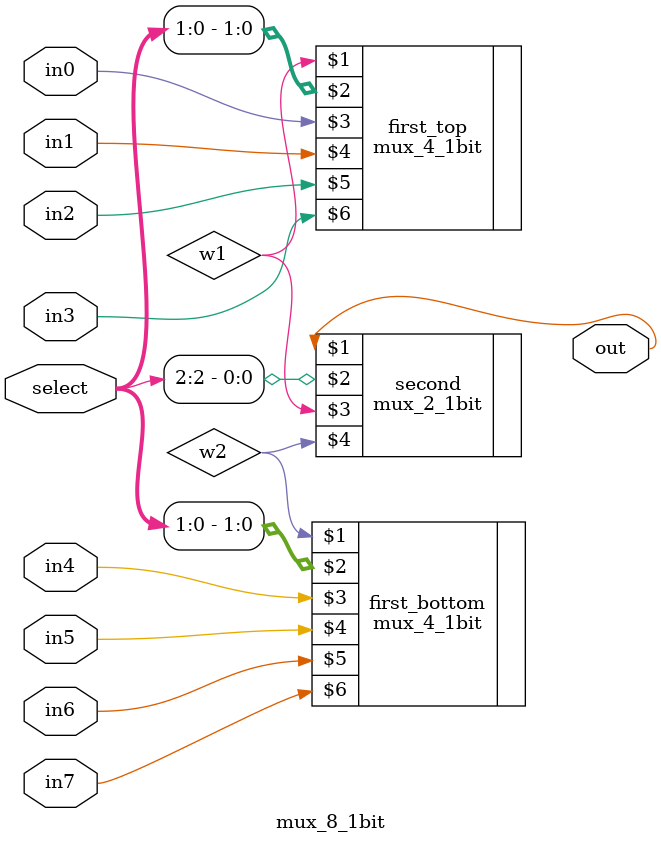
<source format=v>
module mux_8_1bit(out, select, in0, in1, in2, in3, in4, in5, in6, in7);
    input [2:0] select;
    input in0, in1, in2, in3, in4, in5, in6, in7;
    output out;
    wire w1, w2;
    mux_4_1bit first_top(w1, select[1:0], in0, in1, in2, in3);
    mux_4_1bit first_bottom(w2, select[1:0], in4, in5, in6, in7);
    mux_2_1bit second(out, select[2], w1, w2);
endmodule
</source>
